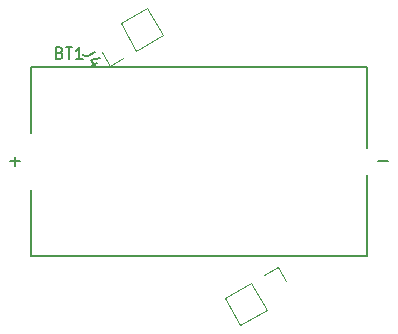
<source format=gto>
G04 #@! TF.GenerationSoftware,KiCad,Pcbnew,7.0.5-0*
G04 #@! TF.CreationDate,2023-10-10T23:47:46-04:00*
G04 #@! TF.ProjectId,batterymodule,62617474-6572-4796-9d6f-64756c652e6b,rev?*
G04 #@! TF.SameCoordinates,Original*
G04 #@! TF.FileFunction,Legend,Top*
G04 #@! TF.FilePolarity,Positive*
%FSLAX46Y46*%
G04 Gerber Fmt 4.6, Leading zero omitted, Abs format (unit mm)*
G04 Created by KiCad (PCBNEW 7.0.5-0) date 2023-10-10 23:47:46*
%MOMM*%
%LPD*%
G01*
G04 APERTURE LIST*
G04 Aperture macros list*
%AMHorizOval*
0 Thick line with rounded ends*
0 $1 width*
0 $2 $3 position (X,Y) of the first rounded end (center of the circle)*
0 $4 $5 position (X,Y) of the second rounded end (center of the circle)*
0 Add line between two ends*
20,1,$1,$2,$3,$4,$5,0*
0 Add two circle primitives to create the rounded ends*
1,1,$1,$2,$3*
1,1,$1,$4,$5*%
%AMRotRect*
0 Rectangle, with rotation*
0 The origin of the aperture is its center*
0 $1 length*
0 $2 width*
0 $3 Rotation angle, in degrees counterclockwise*
0 Add horizontal line*
21,1,$1,$2,0,0,$3*%
G04 Aperture macros list end*
%ADD10C,0.150000*%
%ADD11C,0.127000*%
%ADD12C,0.120000*%
%ADD13C,1.854000*%
%ADD14RotRect,1.700000X1.700000X120.000000*%
%ADD15HorizOval,1.700000X0.000000X0.000000X0.000000X0.000000X0*%
%ADD16RotRect,1.700000X1.700000X300.000000*%
%ADD17HorizOval,1.700000X0.000000X0.000000X0.000000X0.000000X0*%
G04 APERTURE END LIST*
D10*
X134241285Y-117808009D02*
X134384142Y-117855628D01*
X134384142Y-117855628D02*
X134431761Y-117903247D01*
X134431761Y-117903247D02*
X134479380Y-117998485D01*
X134479380Y-117998485D02*
X134479380Y-118141342D01*
X134479380Y-118141342D02*
X134431761Y-118236580D01*
X134431761Y-118236580D02*
X134384142Y-118284200D01*
X134384142Y-118284200D02*
X134288904Y-118331819D01*
X134288904Y-118331819D02*
X133907952Y-118331819D01*
X133907952Y-118331819D02*
X133907952Y-117331819D01*
X133907952Y-117331819D02*
X134241285Y-117331819D01*
X134241285Y-117331819D02*
X134336523Y-117379438D01*
X134336523Y-117379438D02*
X134384142Y-117427057D01*
X134384142Y-117427057D02*
X134431761Y-117522295D01*
X134431761Y-117522295D02*
X134431761Y-117617533D01*
X134431761Y-117617533D02*
X134384142Y-117712771D01*
X134384142Y-117712771D02*
X134336523Y-117760390D01*
X134336523Y-117760390D02*
X134241285Y-117808009D01*
X134241285Y-117808009D02*
X133907952Y-117808009D01*
X134765095Y-117331819D02*
X135336523Y-117331819D01*
X135050809Y-118331819D02*
X135050809Y-117331819D01*
X136193666Y-118331819D02*
X135622238Y-118331819D01*
X135907952Y-118331819D02*
X135907952Y-117331819D01*
X135907952Y-117331819D02*
X135812714Y-117474676D01*
X135812714Y-117474676D02*
X135717476Y-117569914D01*
X135717476Y-117569914D02*
X135622238Y-117617533D01*
X137259756Y-117706760D02*
X136641167Y-118063903D01*
X136641167Y-118063903D02*
X136493639Y-118094092D01*
X136493639Y-118094092D02*
X136363542Y-118059232D01*
X136363542Y-118059232D02*
X136250874Y-117959324D01*
X136250874Y-117959324D02*
X136203255Y-117876845D01*
X137423462Y-118656973D02*
X136846112Y-118990307D01*
X137634329Y-118260301D02*
X136896692Y-118411247D01*
X136896692Y-118411247D02*
X137206216Y-118947358D01*
D11*
X131800000Y-124605000D02*
X131800000Y-119000000D01*
X131800000Y-135000000D02*
X131800000Y-129395000D01*
X160300000Y-119000000D02*
X160300000Y-125855000D01*
X160300000Y-135000000D02*
X160300000Y-128145000D01*
X130470000Y-126600000D02*
X130470000Y-127400000D01*
X130070000Y-127000000D02*
X130870000Y-127000000D01*
X162030000Y-127000000D02*
X161230000Y-127000000D01*
X131800000Y-119000000D02*
X160300000Y-119000000D01*
X160300000Y-135000000D02*
X131800000Y-135000000D01*
D12*
X138485308Y-118919840D02*
X137820308Y-117768026D01*
X139637122Y-118254840D02*
X138485308Y-118919840D01*
X140736974Y-117619840D02*
X142988640Y-116319840D01*
X140736974Y-117619840D02*
X139406974Y-115316212D01*
X142988640Y-116319840D02*
X141658640Y-114016212D01*
X139406974Y-115316212D02*
X141658640Y-114016212D01*
X152716666Y-135978186D02*
X153381666Y-137130000D01*
X151564852Y-136643186D02*
X152716666Y-135978186D01*
X150465000Y-137278186D02*
X148213334Y-138578186D01*
X150465000Y-137278186D02*
X151795000Y-139581814D01*
X148213334Y-138578186D02*
X149543334Y-140881814D01*
X151795000Y-139581814D02*
X149543334Y-140881814D01*
%LPC*%
D13*
X132500000Y-125750000D03*
X132500000Y-128250000D03*
X159600000Y-127000000D03*
D14*
X138972122Y-117103026D03*
D15*
X141171826Y-115833026D03*
D16*
X152229852Y-137795000D03*
D17*
X150030148Y-139065000D03*
%LPD*%
M02*

</source>
